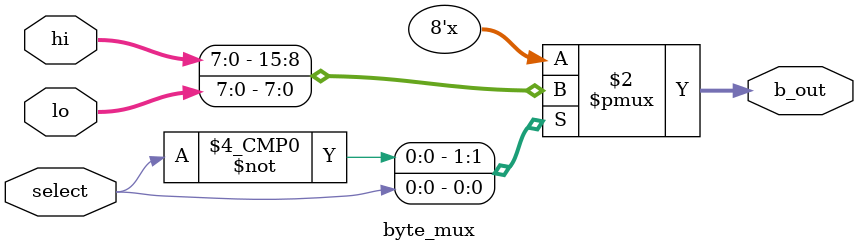
<source format=v>
`timescale 1ns / 1ps

/***************************************************************
*
* Author:	Chanartip Soonthornwan
* Email: 	Chanartip.Soonthornwan@student.csulb.edu
* Filename:	byte_mux.v
* Date: 		Oct 9, 2016
* Version: 	1.0
*
* Purpose: 	This module is a multiplexer selecting one 8-bit output(Q)
*           from two 8-bit inputs based on selection input(select).
* 
* Notes:		select is the Nexys3 on board left push button (btnL).
*           
*           if select is 	00, input hi will be output.
*				if select is	01, input lo will be output.
* 
****************************************************************/

module byte_mux(
    input [7:0] hi,           //8-bit output from address sequencer
    input [7:0] lo,           //8-bit output from ram ( dout[15:8] )
    input select,             //Button left input from Nexys3
    output reg [7:0] b_out    
    );

always @ (select)
   case(select) 
      0 : b_out = hi;
      1 : b_out = lo;
      default b_out = 8'h00;  
   endcase
endmodule
</source>
